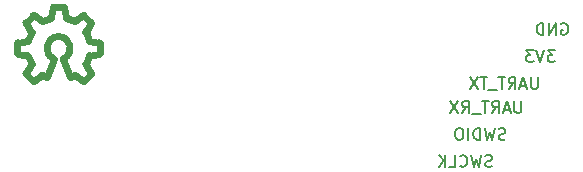
<source format=gbo>
%TF.GenerationSoftware,KiCad,Pcbnew,(6.0.8)*%
%TF.CreationDate,2023-12-19T18:45:34-08:00*%
%TF.ProjectId,OS3M_Mouse,4f53334d-5f4d-46f7-9573-652e6b696361,rev?*%
%TF.SameCoordinates,Original*%
%TF.FileFunction,Legend,Bot*%
%TF.FilePolarity,Positive*%
%FSLAX46Y46*%
G04 Gerber Fmt 4.6, Leading zero omitted, Abs format (unit mm)*
G04 Created by KiCad (PCBNEW (6.0.8)) date 2023-12-19 18:45:34*
%MOMM*%
%LPD*%
G01*
G04 APERTURE LIST*
G04 Aperture macros list*
%AMHorizOval*
0 Thick line with rounded ends*
0 $1 width*
0 $2 $3 position (X,Y) of the first rounded end (center of the circle)*
0 $4 $5 position (X,Y) of the second rounded end (center of the circle)*
0 Add line between two ends*
20,1,$1,$2,$3,$4,$5,0*
0 Add two circle primitives to create the rounded ends*
1,1,$1,$2,$3*
1,1,$1,$4,$5*%
%AMRotRect*
0 Rectangle, with rotation*
0 The origin of the aperture is its center*
0 $1 length*
0 $2 width*
0 $3 Rotation angle, in degrees counterclockwise*
0 Add horizontal line*
21,1,$1,$2,0,0,$3*%
G04 Aperture macros list end*
%ADD10C,0.600000*%
%ADD11C,0.150000*%
%ADD12C,0.700000*%
%ADD13RotRect,1.700000X1.700000X330.000000*%
%ADD14HorizOval,1.700000X0.000000X0.000000X0.000000X0.000000X0*%
%ADD15O,0.900000X1.700000*%
%ADD16O,0.900000X2.400000*%
%ADD17RotRect,1.700000X1.700000X170.000000*%
%ADD18HorizOval,1.700000X0.000000X0.000000X0.000000X0.000000X0*%
G04 APERTURE END LIST*
D10*
X125765775Y-103505791D02*
G75*
G03*
X125729235Y-103461606I-44875J91D01*
G01*
X124570074Y-105290658D02*
G75*
G03*
X124574368Y-105333091I41426J-17242D01*
G01*
X119699852Y-103273346D02*
X119989923Y-102573054D01*
X125051491Y-101825388D02*
X124574368Y-102530617D01*
X121648450Y-101318662D02*
X121809746Y-100482613D01*
X124443496Y-101165808D02*
X125046039Y-101768352D01*
X119985635Y-105333102D02*
G75*
G03*
X119989923Y-105290654I-37235J25202D01*
G01*
X124574368Y-105333091D02*
X125051491Y-106038320D01*
X124570065Y-102573054D02*
X124860135Y-103273346D01*
X125046072Y-106095390D02*
G75*
G03*
X125051491Y-106038320I-31572J31790D01*
G01*
X120116492Y-106697900D02*
X119513948Y-106095356D01*
X121621506Y-101351760D02*
G75*
G03*
X121648450Y-101318662I-17006J41360D01*
G01*
X120173527Y-101160357D02*
X120878757Y-101637480D01*
X124860102Y-103273360D02*
G75*
G03*
X124893185Y-103300310I41498J17160D01*
G01*
X122691722Y-104826397D02*
G75*
G03*
X121868266Y-104826397I-411728J894543D01*
G01*
X120116492Y-106697900D02*
G75*
G03*
X120173527Y-106703351I31808J31700D01*
G01*
X121853931Y-100446155D02*
G75*
G03*
X121809746Y-100482613I-131J-44845D01*
G01*
X119513970Y-101768374D02*
G75*
G03*
X119508497Y-101825388I31830J-31826D01*
G01*
X121241857Y-106354761D02*
G75*
G03*
X121300744Y-106330186I17143J41761D01*
G01*
X118830763Y-103461659D02*
G75*
G03*
X118794277Y-103505791I8337J-44041D01*
G01*
X121891112Y-104884285D02*
X121300744Y-106330186D01*
X120173501Y-101160396D02*
G75*
G03*
X120116492Y-101165808I-25201J-37504D01*
G01*
X123259250Y-106330183D02*
G75*
G03*
X123318125Y-106354750I41650J16983D01*
G01*
X125765710Y-103505791D02*
X125765710Y-104357917D01*
X123681230Y-101637480D02*
X124386460Y-101160357D01*
X120878757Y-106226228D02*
X120173527Y-106703351D01*
X120921194Y-101641783D02*
X121621486Y-101351713D01*
X119508482Y-106038310D02*
G75*
G03*
X119513948Y-106095356I37518J-25190D01*
G01*
X123681233Y-106226223D02*
G75*
G03*
X123638794Y-106221925I-25233J-37477D01*
G01*
X119989923Y-105290654D02*
X119699852Y-104590362D01*
X121853931Y-100446137D02*
X122706056Y-100446137D01*
X120878760Y-101637475D02*
G75*
G03*
X120921194Y-101641783I25240J37475D01*
G01*
X119985619Y-102530617D02*
X119508497Y-101825388D01*
X124893185Y-103300310D02*
X125729235Y-103461606D01*
X118794277Y-104357917D02*
X118794277Y-103505791D01*
X124893174Y-104563343D02*
G75*
G03*
X124860135Y-104590362I8626J-44257D01*
G01*
X125046039Y-106095356D02*
X124443496Y-106697900D01*
X124860135Y-104590362D02*
X124570065Y-105290654D01*
X125729235Y-104402102D02*
X124893185Y-104563398D01*
X125051488Y-101825386D02*
G75*
G03*
X125046039Y-101768352I-37588J25186D01*
G01*
X122691722Y-104826396D02*
G75*
G03*
X122668875Y-104884285I18878J-40904D01*
G01*
X124443506Y-101165798D02*
G75*
G03*
X124386460Y-101160357I-31806J-31702D01*
G01*
X122750242Y-100482613D02*
X122911537Y-101318662D01*
X119666802Y-104563398D02*
X118830753Y-104402102D01*
X125729246Y-104402156D02*
G75*
G03*
X125765710Y-104357917I-8746J44356D01*
G01*
X123259243Y-106330186D02*
X122668875Y-104884285D01*
X121891140Y-104884296D02*
G75*
G03*
X121868266Y-104826397I-41440J17096D01*
G01*
X123638794Y-106221925D02*
X123318125Y-106354750D01*
X118830753Y-103461606D02*
X119666802Y-103300310D01*
X122911555Y-101318658D02*
G75*
G03*
X122938502Y-101351713I44245J8558D01*
G01*
X119989916Y-102573051D02*
G75*
G03*
X119985619Y-102530617I-41316J17251D01*
G01*
X123638807Y-101641751D02*
G75*
G03*
X123681230Y-101637480I17293J41051D01*
G01*
X119699821Y-104590375D02*
G75*
G03*
X119666802Y-104563398I-41521J-17125D01*
G01*
X118794262Y-104357917D02*
G75*
G03*
X118830753Y-104402102I45138J117D01*
G01*
X121241862Y-106354750D02*
X120921194Y-106221925D01*
X122750254Y-100482611D02*
G75*
G03*
X122706056Y-100446137I-44154J-8489D01*
G01*
X119513948Y-101768352D02*
X120116492Y-101165808D01*
X124574384Y-102530628D02*
G75*
G03*
X124570065Y-102573054I37716J-25272D01*
G01*
X119666810Y-103300351D02*
G75*
G03*
X119699852Y-103273346I-8610J44251D01*
G01*
X122938502Y-101351713D02*
X123638794Y-101641783D01*
X119508497Y-106038320D02*
X119985619Y-105333091D01*
X120921182Y-106221953D02*
G75*
G03*
X120878757Y-106226228I-17282J-41147D01*
G01*
X124386432Y-106703393D02*
G75*
G03*
X124443496Y-106697900I25168J37693D01*
G01*
X124386460Y-106703351D02*
X123681230Y-106226228D01*
D11*
X158979904Y-113942761D02*
X158837047Y-113990380D01*
X158598952Y-113990380D01*
X158503714Y-113942761D01*
X158456095Y-113895142D01*
X158408476Y-113799904D01*
X158408476Y-113704666D01*
X158456095Y-113609428D01*
X158503714Y-113561809D01*
X158598952Y-113514190D01*
X158789428Y-113466571D01*
X158884666Y-113418952D01*
X158932285Y-113371333D01*
X158979904Y-113276095D01*
X158979904Y-113180857D01*
X158932285Y-113085619D01*
X158884666Y-113038000D01*
X158789428Y-112990380D01*
X158551333Y-112990380D01*
X158408476Y-113038000D01*
X158075142Y-112990380D02*
X157837047Y-113990380D01*
X157646571Y-113276095D01*
X157456095Y-113990380D01*
X157218000Y-112990380D01*
X156265619Y-113895142D02*
X156313238Y-113942761D01*
X156456095Y-113990380D01*
X156551333Y-113990380D01*
X156694190Y-113942761D01*
X156789428Y-113847523D01*
X156837047Y-113752285D01*
X156884666Y-113561809D01*
X156884666Y-113418952D01*
X156837047Y-113228476D01*
X156789428Y-113133238D01*
X156694190Y-113038000D01*
X156551333Y-112990380D01*
X156456095Y-112990380D01*
X156313238Y-113038000D01*
X156265619Y-113085619D01*
X155360857Y-113990380D02*
X155837047Y-113990380D01*
X155837047Y-112990380D01*
X155027523Y-113990380D02*
X155027523Y-112990380D01*
X154456095Y-113990380D02*
X154884666Y-113418952D01*
X154456095Y-112990380D02*
X155027523Y-113561809D01*
X164306095Y-104100380D02*
X163687047Y-104100380D01*
X164020380Y-104481333D01*
X163877523Y-104481333D01*
X163782285Y-104528952D01*
X163734666Y-104576571D01*
X163687047Y-104671809D01*
X163687047Y-104909904D01*
X163734666Y-105005142D01*
X163782285Y-105052761D01*
X163877523Y-105100380D01*
X164163238Y-105100380D01*
X164258476Y-105052761D01*
X164306095Y-105005142D01*
X163401333Y-104100380D02*
X163068000Y-105100380D01*
X162734666Y-104100380D01*
X162496571Y-104100380D02*
X161877523Y-104100380D01*
X162210857Y-104481333D01*
X162068000Y-104481333D01*
X161972761Y-104528952D01*
X161925142Y-104576571D01*
X161877523Y-104671809D01*
X161877523Y-104909904D01*
X161925142Y-105005142D01*
X161972761Y-105052761D01*
X162068000Y-105100380D01*
X162353714Y-105100380D01*
X162448952Y-105052761D01*
X162496571Y-105005142D01*
X161448380Y-108418380D02*
X161448380Y-109227904D01*
X161400761Y-109323142D01*
X161353142Y-109370761D01*
X161257904Y-109418380D01*
X161067428Y-109418380D01*
X160972190Y-109370761D01*
X160924571Y-109323142D01*
X160876952Y-109227904D01*
X160876952Y-108418380D01*
X160448380Y-109132666D02*
X159972190Y-109132666D01*
X160543619Y-109418380D02*
X160210285Y-108418380D01*
X159876952Y-109418380D01*
X158972190Y-109418380D02*
X159305523Y-108942190D01*
X159543619Y-109418380D02*
X159543619Y-108418380D01*
X159162666Y-108418380D01*
X159067428Y-108466000D01*
X159019809Y-108513619D01*
X158972190Y-108608857D01*
X158972190Y-108751714D01*
X159019809Y-108846952D01*
X159067428Y-108894571D01*
X159162666Y-108942190D01*
X159543619Y-108942190D01*
X158686476Y-108418380D02*
X158115047Y-108418380D01*
X158400761Y-109418380D02*
X158400761Y-108418380D01*
X158019809Y-109513619D02*
X157257904Y-109513619D01*
X156448380Y-109418380D02*
X156781714Y-108942190D01*
X157019809Y-109418380D02*
X157019809Y-108418380D01*
X156638857Y-108418380D01*
X156543619Y-108466000D01*
X156496000Y-108513619D01*
X156448380Y-108608857D01*
X156448380Y-108751714D01*
X156496000Y-108846952D01*
X156543619Y-108894571D01*
X156638857Y-108942190D01*
X157019809Y-108942190D01*
X156115047Y-108418380D02*
X155448380Y-109418380D01*
X155448380Y-108418380D02*
X156115047Y-109418380D01*
X160107047Y-111656761D02*
X159964190Y-111704380D01*
X159726095Y-111704380D01*
X159630857Y-111656761D01*
X159583238Y-111609142D01*
X159535619Y-111513904D01*
X159535619Y-111418666D01*
X159583238Y-111323428D01*
X159630857Y-111275809D01*
X159726095Y-111228190D01*
X159916571Y-111180571D01*
X160011809Y-111132952D01*
X160059428Y-111085333D01*
X160107047Y-110990095D01*
X160107047Y-110894857D01*
X160059428Y-110799619D01*
X160011809Y-110752000D01*
X159916571Y-110704380D01*
X159678476Y-110704380D01*
X159535619Y-110752000D01*
X159202285Y-110704380D02*
X158964190Y-111704380D01*
X158773714Y-110990095D01*
X158583238Y-111704380D01*
X158345142Y-110704380D01*
X157964190Y-111704380D02*
X157964190Y-110704380D01*
X157726095Y-110704380D01*
X157583238Y-110752000D01*
X157488000Y-110847238D01*
X157440380Y-110942476D01*
X157392761Y-111132952D01*
X157392761Y-111275809D01*
X157440380Y-111466285D01*
X157488000Y-111561523D01*
X157583238Y-111656761D01*
X157726095Y-111704380D01*
X157964190Y-111704380D01*
X156964190Y-111704380D02*
X156964190Y-110704380D01*
X156297523Y-110704380D02*
X156107047Y-110704380D01*
X156011809Y-110752000D01*
X155916571Y-110847238D01*
X155868952Y-111037714D01*
X155868952Y-111371047D01*
X155916571Y-111561523D01*
X156011809Y-111656761D01*
X156107047Y-111704380D01*
X156297523Y-111704380D01*
X156392761Y-111656761D01*
X156488000Y-111561523D01*
X156535619Y-111371047D01*
X156535619Y-111037714D01*
X156488000Y-110847238D01*
X156392761Y-110752000D01*
X156297523Y-110704380D01*
X162853333Y-106386380D02*
X162853333Y-107195904D01*
X162805714Y-107291142D01*
X162758095Y-107338761D01*
X162662857Y-107386380D01*
X162472380Y-107386380D01*
X162377142Y-107338761D01*
X162329523Y-107291142D01*
X162281904Y-107195904D01*
X162281904Y-106386380D01*
X161853333Y-107100666D02*
X161377142Y-107100666D01*
X161948571Y-107386380D02*
X161615238Y-106386380D01*
X161281904Y-107386380D01*
X160377142Y-107386380D02*
X160710476Y-106910190D01*
X160948571Y-107386380D02*
X160948571Y-106386380D01*
X160567619Y-106386380D01*
X160472380Y-106434000D01*
X160424761Y-106481619D01*
X160377142Y-106576857D01*
X160377142Y-106719714D01*
X160424761Y-106814952D01*
X160472380Y-106862571D01*
X160567619Y-106910190D01*
X160948571Y-106910190D01*
X160091428Y-106386380D02*
X159520000Y-106386380D01*
X159805714Y-107386380D02*
X159805714Y-106386380D01*
X159424761Y-107481619D02*
X158662857Y-107481619D01*
X158567619Y-106386380D02*
X157996190Y-106386380D01*
X158281904Y-107386380D02*
X158281904Y-106386380D01*
X157758095Y-106386380D02*
X157091428Y-107386380D01*
X157091428Y-106386380D02*
X157758095Y-107386380D01*
X164845904Y-101862000D02*
X164941142Y-101814380D01*
X165084000Y-101814380D01*
X165226857Y-101862000D01*
X165322095Y-101957238D01*
X165369714Y-102052476D01*
X165417333Y-102242952D01*
X165417333Y-102385809D01*
X165369714Y-102576285D01*
X165322095Y-102671523D01*
X165226857Y-102766761D01*
X165084000Y-102814380D01*
X164988761Y-102814380D01*
X164845904Y-102766761D01*
X164798285Y-102719142D01*
X164798285Y-102385809D01*
X164988761Y-102385809D01*
X164369714Y-102814380D02*
X164369714Y-101814380D01*
X163798285Y-102814380D01*
X163798285Y-101814380D01*
X163322095Y-102814380D02*
X163322095Y-101814380D01*
X163084000Y-101814380D01*
X162941142Y-101862000D01*
X162845904Y-101957238D01*
X162798285Y-102052476D01*
X162750666Y-102242952D01*
X162750666Y-102385809D01*
X162798285Y-102576285D01*
X162845904Y-102671523D01*
X162941142Y-102766761D01*
X163084000Y-102814380D01*
X163322095Y-102814380D01*
%LPC*%
D12*
%TO.C,L1*%
X160809844Y-91070000D03*
X156534844Y-90570000D03*
%TD*%
%TO.C,L2*%
X156709844Y-86805000D03*
X157209844Y-82530000D03*
%TD*%
%TO.C,L3*%
X136359844Y-108925000D03*
X135859844Y-113200000D03*
%TD*%
%TO.C,L5*%
X127509844Y-86805000D03*
X128009844Y-82530000D03*
%TD*%
%TO.C,L4*%
X149359844Y-113200000D03*
X149859844Y-108925000D03*
%TD*%
D13*
%TO.C,J1*%
X167005000Y-102450739D03*
D14*
X165735000Y-104650444D03*
X164465000Y-106850148D03*
X163195000Y-109049853D03*
X161925000Y-111249557D03*
X160655000Y-113449262D03*
%TD*%
D12*
%TO.C,J2*%
X145584844Y-71625000D03*
X144734844Y-71625000D03*
X143884844Y-71625000D03*
X143034844Y-71625000D03*
X142184844Y-71625000D03*
X141334844Y-71625000D03*
X140484844Y-71625000D03*
X139634844Y-71625000D03*
X139634844Y-70275000D03*
X140484844Y-70275000D03*
X141334844Y-70275000D03*
X142184844Y-70275000D03*
X143034844Y-70275000D03*
X143884844Y-70275000D03*
X144734844Y-70275000D03*
X145584844Y-70275000D03*
D15*
X138284844Y-67265000D03*
D16*
X146934844Y-70645000D03*
X138284844Y-70645000D03*
D15*
X146934844Y-67265000D03*
%TD*%
D12*
%TO.C,L6*%
X128684844Y-91570000D03*
X124409844Y-91070000D03*
%TD*%
D17*
%TO.C,J3*%
X156464000Y-100838000D03*
D18*
X158965412Y-101279066D03*
X156905066Y-98336588D03*
X159406478Y-98777655D03*
%TD*%
M02*

</source>
